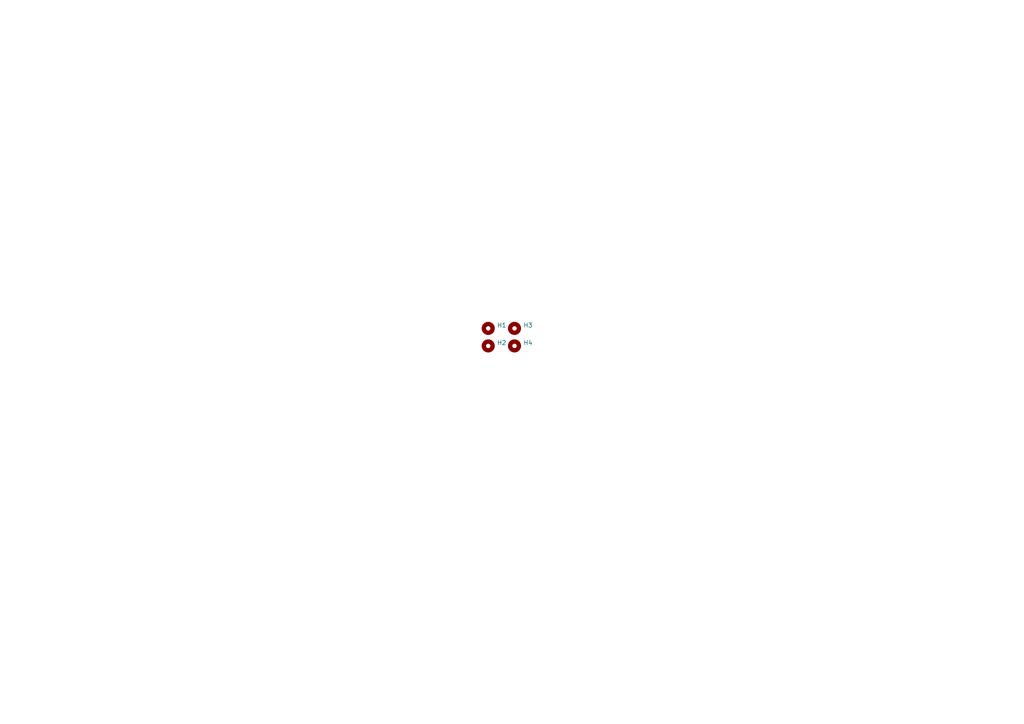
<source format=kicad_sch>
(kicad_sch (version 20211123) (generator eeschema)
  (paper "A4")
  (lib_symbols
    (symbol "Mechanical:MountingHole" (pin_names (offset 1.016))
      (property "Reference" "H" (at 0 5.08 0))
      (property "Value" "MountingHole" (at 0 3.175 0))
      (symbol "MountingHole_0_1"
        (circle (center 0 0) (radius 1.27) (stroke (width 1.27)))
      )
    )
  )
  (symbol (lib_id "Mechanical:MountingHole") (at 141.605 100.33 0) (unit 1)
    (property "Reference" "H2" (at 144.145 99.4215 0) (effects (justify left)))
    (property "Value" "MountingHole" (effects hide))
    (property "Footprint" "MountingHole:MountingHole_4.3mm_M4" (effects hide))
  )
  (symbol (lib_id "Mechanical:MountingHole") (at 141.605 95.25 0) (unit 1)
    (property "Reference" "H1" (at 144.145 94.3415 0) (effects (justify left)))
    (property "Value" "MountingHole" (effects hide))
    (property "Footprint" "MountingHole:MountingHole_4.3mm_M4" (effects hide))
  )
  (symbol (lib_id "Mechanical:MountingHole") (at 149.225 95.25 0) (unit 1)
    (property "Reference" "H3" (at 151.765 94.3415 0) (effects (justify left)))
    (property "Value" "MountingHole" (effects hide))
    (property "Footprint" "MountingHole:MountingHole_4.3mm_M4" (effects hide))
  )
  (symbol (lib_id "Mechanical:MountingHole") (at 149.225 100.33 0) (unit 1)
    (property "Reference" "H4" (at 151.765 99.4215 0) (effects (justify left)))
    (property "Value" "MountingHole" (effects hide))
    (property "Footprint" "MountingHole:MountingHole_4.3mm_M4" (effects hide))
  )
)
</source>
